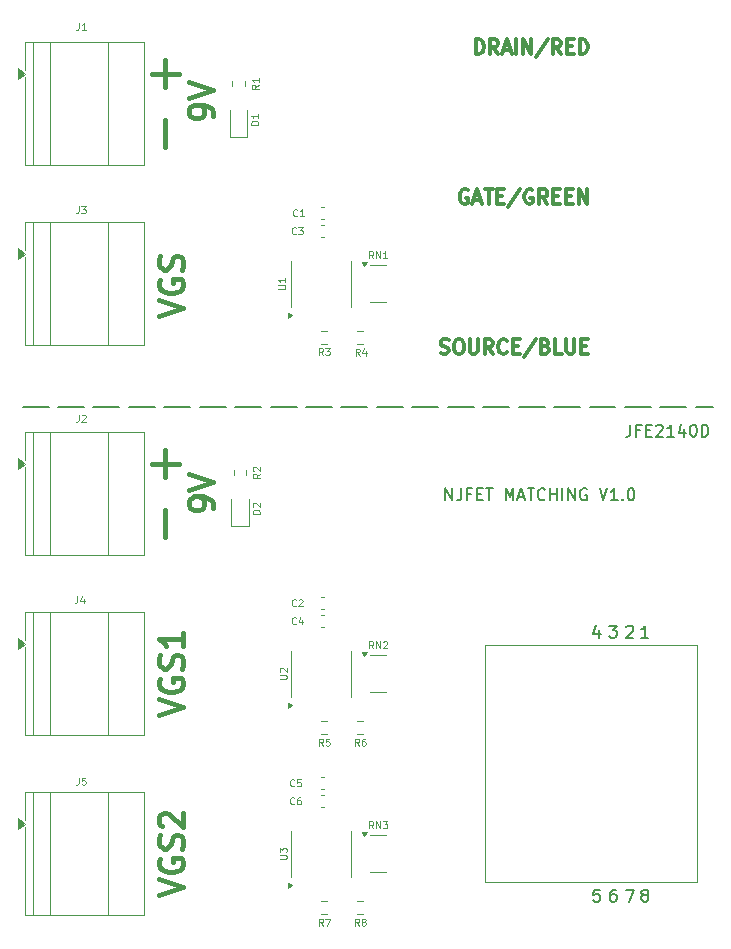
<source format=gbr>
G04 #@! TF.GenerationSoftware,KiCad,Pcbnew,9.0.3*
G04 #@! TF.CreationDate,2025-08-10T21:25:08+02:00*
G04 #@! TF.ProjectId,NJFET_MATCHING,4e4a4645-545f-44d4-9154-4348494e472e,rev?*
G04 #@! TF.SameCoordinates,Original*
G04 #@! TF.FileFunction,Legend,Top*
G04 #@! TF.FilePolarity,Positive*
%FSLAX46Y46*%
G04 Gerber Fmt 4.6, Leading zero omitted, Abs format (unit mm)*
G04 Created by KiCad (PCBNEW 9.0.3) date 2025-08-10 21:25:08*
%MOMM*%
%LPD*%
G01*
G04 APERTURE LIST*
%ADD10C,0.200000*%
%ADD11C,0.400000*%
%ADD12C,0.300000*%
%ADD13C,0.100000*%
%ADD14C,0.120000*%
G04 APERTURE END LIST*
D10*
X120777000Y-94996000D02*
X122977000Y-94996000D01*
X123777000Y-94996000D02*
X125977000Y-94996000D01*
X126777000Y-94996000D02*
X128977000Y-94996000D01*
X129777000Y-94996000D02*
X131977000Y-94996000D01*
X132777000Y-94996000D02*
X134977000Y-94996000D01*
X135777000Y-94996000D02*
X137977000Y-94996000D01*
X138777000Y-94996000D02*
X140977000Y-94996000D01*
X141777000Y-94996000D02*
X143977000Y-94996000D01*
X144777000Y-94996000D02*
X146977000Y-94996000D01*
X147777000Y-94996000D02*
X149977000Y-94996000D01*
X150777000Y-94996000D02*
X152977000Y-94996000D01*
X153777000Y-94996000D02*
X155977000Y-94996000D01*
X156777000Y-94996000D02*
X158977000Y-94996000D01*
X159777000Y-94996000D02*
X161977000Y-94996000D01*
X162777000Y-94996000D02*
X164977000Y-94996000D01*
X165777000Y-94996000D02*
X167977000Y-94996000D01*
X168777000Y-94996000D02*
X170977000Y-94996000D01*
X171777000Y-94996000D02*
X173977000Y-94996000D01*
X174777000Y-94996000D02*
X176977000Y-94996000D01*
X177777000Y-94996000D02*
X179197000Y-94996000D01*
D11*
X132842000Y-65659000D02*
X132842000Y-67945000D01*
X132842000Y-70739000D02*
X132842000Y-73025000D01*
X131699000Y-66802000D02*
X133985000Y-66802000D01*
X131699000Y-99822000D02*
X133985000Y-99822000D01*
X132842000Y-98679000D02*
X132842000Y-100965000D01*
X132842000Y-103759000D02*
X132842000Y-106045000D01*
D10*
X173359530Y-136328790D02*
X173264292Y-136281171D01*
X173264292Y-136281171D02*
X173216673Y-136233552D01*
X173216673Y-136233552D02*
X173169054Y-136138314D01*
X173169054Y-136138314D02*
X173169054Y-136090695D01*
X173169054Y-136090695D02*
X173216673Y-135995457D01*
X173216673Y-135995457D02*
X173264292Y-135947838D01*
X173264292Y-135947838D02*
X173359530Y-135900219D01*
X173359530Y-135900219D02*
X173550006Y-135900219D01*
X173550006Y-135900219D02*
X173645244Y-135947838D01*
X173645244Y-135947838D02*
X173692863Y-135995457D01*
X173692863Y-135995457D02*
X173740482Y-136090695D01*
X173740482Y-136090695D02*
X173740482Y-136138314D01*
X173740482Y-136138314D02*
X173692863Y-136233552D01*
X173692863Y-136233552D02*
X173645244Y-136281171D01*
X173645244Y-136281171D02*
X173550006Y-136328790D01*
X173550006Y-136328790D02*
X173359530Y-136328790D01*
X173359530Y-136328790D02*
X173264292Y-136376409D01*
X173264292Y-136376409D02*
X173216673Y-136424028D01*
X173216673Y-136424028D02*
X173169054Y-136519266D01*
X173169054Y-136519266D02*
X173169054Y-136709742D01*
X173169054Y-136709742D02*
X173216673Y-136804980D01*
X173216673Y-136804980D02*
X173264292Y-136852600D01*
X173264292Y-136852600D02*
X173359530Y-136900219D01*
X173359530Y-136900219D02*
X173550006Y-136900219D01*
X173550006Y-136900219D02*
X173645244Y-136852600D01*
X173645244Y-136852600D02*
X173692863Y-136804980D01*
X173692863Y-136804980D02*
X173740482Y-136709742D01*
X173740482Y-136709742D02*
X173740482Y-136519266D01*
X173740482Y-136519266D02*
X173692863Y-136424028D01*
X173692863Y-136424028D02*
X173645244Y-136376409D01*
X173645244Y-136376409D02*
X173550006Y-136328790D01*
X173740482Y-114548219D02*
X173169054Y-114548219D01*
X173454768Y-114548219D02*
X173454768Y-113548219D01*
X173454768Y-113548219D02*
X173359530Y-113691076D01*
X173359530Y-113691076D02*
X173264292Y-113786314D01*
X173264292Y-113786314D02*
X173169054Y-113833933D01*
X170978244Y-135900219D02*
X170787768Y-135900219D01*
X170787768Y-135900219D02*
X170692530Y-135947838D01*
X170692530Y-135947838D02*
X170644911Y-135995457D01*
X170644911Y-135995457D02*
X170549673Y-136138314D01*
X170549673Y-136138314D02*
X170502054Y-136328790D01*
X170502054Y-136328790D02*
X170502054Y-136709742D01*
X170502054Y-136709742D02*
X170549673Y-136804980D01*
X170549673Y-136804980D02*
X170597292Y-136852600D01*
X170597292Y-136852600D02*
X170692530Y-136900219D01*
X170692530Y-136900219D02*
X170883006Y-136900219D01*
X170883006Y-136900219D02*
X170978244Y-136852600D01*
X170978244Y-136852600D02*
X171025863Y-136804980D01*
X171025863Y-136804980D02*
X171073482Y-136709742D01*
X171073482Y-136709742D02*
X171073482Y-136471647D01*
X171073482Y-136471647D02*
X171025863Y-136376409D01*
X171025863Y-136376409D02*
X170978244Y-136328790D01*
X170978244Y-136328790D02*
X170883006Y-136281171D01*
X170883006Y-136281171D02*
X170692530Y-136281171D01*
X170692530Y-136281171D02*
X170597292Y-136328790D01*
X170597292Y-136328790D02*
X170549673Y-136376409D01*
X170549673Y-136376409D02*
X170502054Y-136471647D01*
X169628863Y-135900219D02*
X169152673Y-135900219D01*
X169152673Y-135900219D02*
X169105054Y-136376409D01*
X169105054Y-136376409D02*
X169152673Y-136328790D01*
X169152673Y-136328790D02*
X169247911Y-136281171D01*
X169247911Y-136281171D02*
X169486006Y-136281171D01*
X169486006Y-136281171D02*
X169581244Y-136328790D01*
X169581244Y-136328790D02*
X169628863Y-136376409D01*
X169628863Y-136376409D02*
X169676482Y-136471647D01*
X169676482Y-136471647D02*
X169676482Y-136709742D01*
X169676482Y-136709742D02*
X169628863Y-136804980D01*
X169628863Y-136804980D02*
X169581244Y-136852600D01*
X169581244Y-136852600D02*
X169486006Y-136900219D01*
X169486006Y-136900219D02*
X169247911Y-136900219D01*
X169247911Y-136900219D02*
X169152673Y-136852600D01*
X169152673Y-136852600D02*
X169105054Y-136804980D01*
D12*
X156178938Y-90458400D02*
X156350367Y-90515542D01*
X156350367Y-90515542D02*
X156636081Y-90515542D01*
X156636081Y-90515542D02*
X156750367Y-90458400D01*
X156750367Y-90458400D02*
X156807509Y-90401257D01*
X156807509Y-90401257D02*
X156864652Y-90286971D01*
X156864652Y-90286971D02*
X156864652Y-90172685D01*
X156864652Y-90172685D02*
X156807509Y-90058400D01*
X156807509Y-90058400D02*
X156750367Y-90001257D01*
X156750367Y-90001257D02*
X156636081Y-89944114D01*
X156636081Y-89944114D02*
X156407509Y-89886971D01*
X156407509Y-89886971D02*
X156293224Y-89829828D01*
X156293224Y-89829828D02*
X156236081Y-89772685D01*
X156236081Y-89772685D02*
X156178938Y-89658400D01*
X156178938Y-89658400D02*
X156178938Y-89544114D01*
X156178938Y-89544114D02*
X156236081Y-89429828D01*
X156236081Y-89429828D02*
X156293224Y-89372685D01*
X156293224Y-89372685D02*
X156407509Y-89315542D01*
X156407509Y-89315542D02*
X156693224Y-89315542D01*
X156693224Y-89315542D02*
X156864652Y-89372685D01*
X157607509Y-89315542D02*
X157836081Y-89315542D01*
X157836081Y-89315542D02*
X157950366Y-89372685D01*
X157950366Y-89372685D02*
X158064652Y-89486971D01*
X158064652Y-89486971D02*
X158121795Y-89715542D01*
X158121795Y-89715542D02*
X158121795Y-90115542D01*
X158121795Y-90115542D02*
X158064652Y-90344114D01*
X158064652Y-90344114D02*
X157950366Y-90458400D01*
X157950366Y-90458400D02*
X157836081Y-90515542D01*
X157836081Y-90515542D02*
X157607509Y-90515542D01*
X157607509Y-90515542D02*
X157493224Y-90458400D01*
X157493224Y-90458400D02*
X157378938Y-90344114D01*
X157378938Y-90344114D02*
X157321795Y-90115542D01*
X157321795Y-90115542D02*
X157321795Y-89715542D01*
X157321795Y-89715542D02*
X157378938Y-89486971D01*
X157378938Y-89486971D02*
X157493224Y-89372685D01*
X157493224Y-89372685D02*
X157607509Y-89315542D01*
X158636081Y-89315542D02*
X158636081Y-90286971D01*
X158636081Y-90286971D02*
X158693224Y-90401257D01*
X158693224Y-90401257D02*
X158750367Y-90458400D01*
X158750367Y-90458400D02*
X158864652Y-90515542D01*
X158864652Y-90515542D02*
X159093224Y-90515542D01*
X159093224Y-90515542D02*
X159207509Y-90458400D01*
X159207509Y-90458400D02*
X159264652Y-90401257D01*
X159264652Y-90401257D02*
X159321795Y-90286971D01*
X159321795Y-90286971D02*
X159321795Y-89315542D01*
X160578938Y-90515542D02*
X160178938Y-89944114D01*
X159893224Y-90515542D02*
X159893224Y-89315542D01*
X159893224Y-89315542D02*
X160350367Y-89315542D01*
X160350367Y-89315542D02*
X160464652Y-89372685D01*
X160464652Y-89372685D02*
X160521795Y-89429828D01*
X160521795Y-89429828D02*
X160578938Y-89544114D01*
X160578938Y-89544114D02*
X160578938Y-89715542D01*
X160578938Y-89715542D02*
X160521795Y-89829828D01*
X160521795Y-89829828D02*
X160464652Y-89886971D01*
X160464652Y-89886971D02*
X160350367Y-89944114D01*
X160350367Y-89944114D02*
X159893224Y-89944114D01*
X161778938Y-90401257D02*
X161721795Y-90458400D01*
X161721795Y-90458400D02*
X161550367Y-90515542D01*
X161550367Y-90515542D02*
X161436081Y-90515542D01*
X161436081Y-90515542D02*
X161264652Y-90458400D01*
X161264652Y-90458400D02*
X161150367Y-90344114D01*
X161150367Y-90344114D02*
X161093224Y-90229828D01*
X161093224Y-90229828D02*
X161036081Y-90001257D01*
X161036081Y-90001257D02*
X161036081Y-89829828D01*
X161036081Y-89829828D02*
X161093224Y-89601257D01*
X161093224Y-89601257D02*
X161150367Y-89486971D01*
X161150367Y-89486971D02*
X161264652Y-89372685D01*
X161264652Y-89372685D02*
X161436081Y-89315542D01*
X161436081Y-89315542D02*
X161550367Y-89315542D01*
X161550367Y-89315542D02*
X161721795Y-89372685D01*
X161721795Y-89372685D02*
X161778938Y-89429828D01*
X162293224Y-89886971D02*
X162693224Y-89886971D01*
X162864652Y-90515542D02*
X162293224Y-90515542D01*
X162293224Y-90515542D02*
X162293224Y-89315542D01*
X162293224Y-89315542D02*
X162864652Y-89315542D01*
X164236081Y-89258400D02*
X163207509Y-90801257D01*
X165036081Y-89886971D02*
X165207509Y-89944114D01*
X165207509Y-89944114D02*
X165264652Y-90001257D01*
X165264652Y-90001257D02*
X165321795Y-90115542D01*
X165321795Y-90115542D02*
X165321795Y-90286971D01*
X165321795Y-90286971D02*
X165264652Y-90401257D01*
X165264652Y-90401257D02*
X165207509Y-90458400D01*
X165207509Y-90458400D02*
X165093224Y-90515542D01*
X165093224Y-90515542D02*
X164636081Y-90515542D01*
X164636081Y-90515542D02*
X164636081Y-89315542D01*
X164636081Y-89315542D02*
X165036081Y-89315542D01*
X165036081Y-89315542D02*
X165150367Y-89372685D01*
X165150367Y-89372685D02*
X165207509Y-89429828D01*
X165207509Y-89429828D02*
X165264652Y-89544114D01*
X165264652Y-89544114D02*
X165264652Y-89658400D01*
X165264652Y-89658400D02*
X165207509Y-89772685D01*
X165207509Y-89772685D02*
X165150367Y-89829828D01*
X165150367Y-89829828D02*
X165036081Y-89886971D01*
X165036081Y-89886971D02*
X164636081Y-89886971D01*
X166407509Y-90515542D02*
X165836081Y-90515542D01*
X165836081Y-90515542D02*
X165836081Y-89315542D01*
X166807510Y-89315542D02*
X166807510Y-90286971D01*
X166807510Y-90286971D02*
X166864653Y-90401257D01*
X166864653Y-90401257D02*
X166921796Y-90458400D01*
X166921796Y-90458400D02*
X167036081Y-90515542D01*
X167036081Y-90515542D02*
X167264653Y-90515542D01*
X167264653Y-90515542D02*
X167378938Y-90458400D01*
X167378938Y-90458400D02*
X167436081Y-90401257D01*
X167436081Y-90401257D02*
X167493224Y-90286971D01*
X167493224Y-90286971D02*
X167493224Y-89315542D01*
X168064653Y-89886971D02*
X168464653Y-89886971D01*
X168636081Y-90515542D02*
X168064653Y-90515542D01*
X168064653Y-90515542D02*
X168064653Y-89315542D01*
X168064653Y-89315542D02*
X168636081Y-89315542D01*
D11*
X136894438Y-103559414D02*
X136894438Y-103178462D01*
X136894438Y-103178462D02*
X136799200Y-102987985D01*
X136799200Y-102987985D02*
X136703961Y-102892747D01*
X136703961Y-102892747D02*
X136418247Y-102702271D01*
X136418247Y-102702271D02*
X136037295Y-102607033D01*
X136037295Y-102607033D02*
X135275390Y-102607033D01*
X135275390Y-102607033D02*
X135084914Y-102702271D01*
X135084914Y-102702271D02*
X134989676Y-102797509D01*
X134989676Y-102797509D02*
X134894438Y-102987985D01*
X134894438Y-102987985D02*
X134894438Y-103368938D01*
X134894438Y-103368938D02*
X134989676Y-103559414D01*
X134989676Y-103559414D02*
X135084914Y-103654652D01*
X135084914Y-103654652D02*
X135275390Y-103749890D01*
X135275390Y-103749890D02*
X135751580Y-103749890D01*
X135751580Y-103749890D02*
X135942057Y-103654652D01*
X135942057Y-103654652D02*
X136037295Y-103559414D01*
X136037295Y-103559414D02*
X136132533Y-103368938D01*
X136132533Y-103368938D02*
X136132533Y-102987985D01*
X136132533Y-102987985D02*
X136037295Y-102797509D01*
X136037295Y-102797509D02*
X135942057Y-102702271D01*
X135942057Y-102702271D02*
X135751580Y-102607033D01*
X134894438Y-102035604D02*
X136894438Y-101368938D01*
X136894438Y-101368938D02*
X134894438Y-100702271D01*
X132354438Y-136325366D02*
X134354438Y-135658700D01*
X134354438Y-135658700D02*
X132354438Y-134992033D01*
X132449676Y-133277747D02*
X132354438Y-133468223D01*
X132354438Y-133468223D02*
X132354438Y-133753937D01*
X132354438Y-133753937D02*
X132449676Y-134039652D01*
X132449676Y-134039652D02*
X132640152Y-134230128D01*
X132640152Y-134230128D02*
X132830628Y-134325366D01*
X132830628Y-134325366D02*
X133211580Y-134420604D01*
X133211580Y-134420604D02*
X133497295Y-134420604D01*
X133497295Y-134420604D02*
X133878247Y-134325366D01*
X133878247Y-134325366D02*
X134068723Y-134230128D01*
X134068723Y-134230128D02*
X134259200Y-134039652D01*
X134259200Y-134039652D02*
X134354438Y-133753937D01*
X134354438Y-133753937D02*
X134354438Y-133563461D01*
X134354438Y-133563461D02*
X134259200Y-133277747D01*
X134259200Y-133277747D02*
X134163961Y-133182509D01*
X134163961Y-133182509D02*
X133497295Y-133182509D01*
X133497295Y-133182509D02*
X133497295Y-133563461D01*
X134259200Y-132420604D02*
X134354438Y-132134890D01*
X134354438Y-132134890D02*
X134354438Y-131658699D01*
X134354438Y-131658699D02*
X134259200Y-131468223D01*
X134259200Y-131468223D02*
X134163961Y-131372985D01*
X134163961Y-131372985D02*
X133973485Y-131277747D01*
X133973485Y-131277747D02*
X133783009Y-131277747D01*
X133783009Y-131277747D02*
X133592533Y-131372985D01*
X133592533Y-131372985D02*
X133497295Y-131468223D01*
X133497295Y-131468223D02*
X133402057Y-131658699D01*
X133402057Y-131658699D02*
X133306819Y-132039652D01*
X133306819Y-132039652D02*
X133211580Y-132230128D01*
X133211580Y-132230128D02*
X133116342Y-132325366D01*
X133116342Y-132325366D02*
X132925866Y-132420604D01*
X132925866Y-132420604D02*
X132735390Y-132420604D01*
X132735390Y-132420604D02*
X132544914Y-132325366D01*
X132544914Y-132325366D02*
X132449676Y-132230128D01*
X132449676Y-132230128D02*
X132354438Y-132039652D01*
X132354438Y-132039652D02*
X132354438Y-131563461D01*
X132354438Y-131563461D02*
X132449676Y-131277747D01*
X132544914Y-130515842D02*
X132449676Y-130420604D01*
X132449676Y-130420604D02*
X132354438Y-130230128D01*
X132354438Y-130230128D02*
X132354438Y-129753937D01*
X132354438Y-129753937D02*
X132449676Y-129563461D01*
X132449676Y-129563461D02*
X132544914Y-129468223D01*
X132544914Y-129468223D02*
X132735390Y-129372985D01*
X132735390Y-129372985D02*
X132925866Y-129372985D01*
X132925866Y-129372985D02*
X133211580Y-129468223D01*
X133211580Y-129468223D02*
X134354438Y-130611080D01*
X134354438Y-130611080D02*
X134354438Y-129372985D01*
D10*
X156579673Y-102927719D02*
X156579673Y-101927719D01*
X156579673Y-101927719D02*
X157151101Y-102927719D01*
X157151101Y-102927719D02*
X157151101Y-101927719D01*
X157913006Y-101927719D02*
X157913006Y-102642004D01*
X157913006Y-102642004D02*
X157865387Y-102784861D01*
X157865387Y-102784861D02*
X157770149Y-102880100D01*
X157770149Y-102880100D02*
X157627292Y-102927719D01*
X157627292Y-102927719D02*
X157532054Y-102927719D01*
X158722530Y-102403909D02*
X158389197Y-102403909D01*
X158389197Y-102927719D02*
X158389197Y-101927719D01*
X158389197Y-101927719D02*
X158865387Y-101927719D01*
X159246340Y-102403909D02*
X159579673Y-102403909D01*
X159722530Y-102927719D02*
X159246340Y-102927719D01*
X159246340Y-102927719D02*
X159246340Y-101927719D01*
X159246340Y-101927719D02*
X159722530Y-101927719D01*
X160008245Y-101927719D02*
X160579673Y-101927719D01*
X160293959Y-102927719D02*
X160293959Y-101927719D01*
X161674912Y-102927719D02*
X161674912Y-101927719D01*
X161674912Y-101927719D02*
X162008245Y-102642004D01*
X162008245Y-102642004D02*
X162341578Y-101927719D01*
X162341578Y-101927719D02*
X162341578Y-102927719D01*
X162770150Y-102642004D02*
X163246340Y-102642004D01*
X162674912Y-102927719D02*
X163008245Y-101927719D01*
X163008245Y-101927719D02*
X163341578Y-102927719D01*
X163532055Y-101927719D02*
X164103483Y-101927719D01*
X163817769Y-102927719D02*
X163817769Y-101927719D01*
X165008245Y-102832480D02*
X164960626Y-102880100D01*
X164960626Y-102880100D02*
X164817769Y-102927719D01*
X164817769Y-102927719D02*
X164722531Y-102927719D01*
X164722531Y-102927719D02*
X164579674Y-102880100D01*
X164579674Y-102880100D02*
X164484436Y-102784861D01*
X164484436Y-102784861D02*
X164436817Y-102689623D01*
X164436817Y-102689623D02*
X164389198Y-102499147D01*
X164389198Y-102499147D02*
X164389198Y-102356290D01*
X164389198Y-102356290D02*
X164436817Y-102165814D01*
X164436817Y-102165814D02*
X164484436Y-102070576D01*
X164484436Y-102070576D02*
X164579674Y-101975338D01*
X164579674Y-101975338D02*
X164722531Y-101927719D01*
X164722531Y-101927719D02*
X164817769Y-101927719D01*
X164817769Y-101927719D02*
X164960626Y-101975338D01*
X164960626Y-101975338D02*
X165008245Y-102022957D01*
X165436817Y-102927719D02*
X165436817Y-101927719D01*
X165436817Y-102403909D02*
X166008245Y-102403909D01*
X166008245Y-102927719D02*
X166008245Y-101927719D01*
X166484436Y-102927719D02*
X166484436Y-101927719D01*
X166960626Y-102927719D02*
X166960626Y-101927719D01*
X166960626Y-101927719D02*
X167532054Y-102927719D01*
X167532054Y-102927719D02*
X167532054Y-101927719D01*
X168532054Y-101975338D02*
X168436816Y-101927719D01*
X168436816Y-101927719D02*
X168293959Y-101927719D01*
X168293959Y-101927719D02*
X168151102Y-101975338D01*
X168151102Y-101975338D02*
X168055864Y-102070576D01*
X168055864Y-102070576D02*
X168008245Y-102165814D01*
X168008245Y-102165814D02*
X167960626Y-102356290D01*
X167960626Y-102356290D02*
X167960626Y-102499147D01*
X167960626Y-102499147D02*
X168008245Y-102689623D01*
X168008245Y-102689623D02*
X168055864Y-102784861D01*
X168055864Y-102784861D02*
X168151102Y-102880100D01*
X168151102Y-102880100D02*
X168293959Y-102927719D01*
X168293959Y-102927719D02*
X168389197Y-102927719D01*
X168389197Y-102927719D02*
X168532054Y-102880100D01*
X168532054Y-102880100D02*
X168579673Y-102832480D01*
X168579673Y-102832480D02*
X168579673Y-102499147D01*
X168579673Y-102499147D02*
X168389197Y-102499147D01*
X169627293Y-101927719D02*
X169960626Y-102927719D01*
X169960626Y-102927719D02*
X170293959Y-101927719D01*
X171151102Y-102927719D02*
X170579674Y-102927719D01*
X170865388Y-102927719D02*
X170865388Y-101927719D01*
X170865388Y-101927719D02*
X170770150Y-102070576D01*
X170770150Y-102070576D02*
X170674912Y-102165814D01*
X170674912Y-102165814D02*
X170579674Y-102213433D01*
X171579674Y-102832480D02*
X171627293Y-102880100D01*
X171627293Y-102880100D02*
X171579674Y-102927719D01*
X171579674Y-102927719D02*
X171532055Y-102880100D01*
X171532055Y-102880100D02*
X171579674Y-102832480D01*
X171579674Y-102832480D02*
X171579674Y-102927719D01*
X172246340Y-101927719D02*
X172341578Y-101927719D01*
X172341578Y-101927719D02*
X172436816Y-101975338D01*
X172436816Y-101975338D02*
X172484435Y-102022957D01*
X172484435Y-102022957D02*
X172532054Y-102118195D01*
X172532054Y-102118195D02*
X172579673Y-102308671D01*
X172579673Y-102308671D02*
X172579673Y-102546766D01*
X172579673Y-102546766D02*
X172532054Y-102737242D01*
X172532054Y-102737242D02*
X172484435Y-102832480D01*
X172484435Y-102832480D02*
X172436816Y-102880100D01*
X172436816Y-102880100D02*
X172341578Y-102927719D01*
X172341578Y-102927719D02*
X172246340Y-102927719D01*
X172246340Y-102927719D02*
X172151102Y-102880100D01*
X172151102Y-102880100D02*
X172103483Y-102832480D01*
X172103483Y-102832480D02*
X172055864Y-102737242D01*
X172055864Y-102737242D02*
X172008245Y-102546766D01*
X172008245Y-102546766D02*
X172008245Y-102308671D01*
X172008245Y-102308671D02*
X172055864Y-102118195D01*
X172055864Y-102118195D02*
X172103483Y-102022957D01*
X172103483Y-102022957D02*
X172151102Y-101975338D01*
X172151102Y-101975338D02*
X172246340Y-101927719D01*
X170454435Y-113548219D02*
X171073482Y-113548219D01*
X171073482Y-113548219D02*
X170740149Y-113929171D01*
X170740149Y-113929171D02*
X170883006Y-113929171D01*
X170883006Y-113929171D02*
X170978244Y-113976790D01*
X170978244Y-113976790D02*
X171025863Y-114024409D01*
X171025863Y-114024409D02*
X171073482Y-114119647D01*
X171073482Y-114119647D02*
X171073482Y-114357742D01*
X171073482Y-114357742D02*
X171025863Y-114452980D01*
X171025863Y-114452980D02*
X170978244Y-114500600D01*
X170978244Y-114500600D02*
X170883006Y-114548219D01*
X170883006Y-114548219D02*
X170597292Y-114548219D01*
X170597292Y-114548219D02*
X170502054Y-114500600D01*
X170502054Y-114500600D02*
X170454435Y-114452980D01*
D12*
X158464653Y-76672685D02*
X158350368Y-76615542D01*
X158350368Y-76615542D02*
X158178939Y-76615542D01*
X158178939Y-76615542D02*
X158007510Y-76672685D01*
X158007510Y-76672685D02*
X157893225Y-76786971D01*
X157893225Y-76786971D02*
X157836082Y-76901257D01*
X157836082Y-76901257D02*
X157778939Y-77129828D01*
X157778939Y-77129828D02*
X157778939Y-77301257D01*
X157778939Y-77301257D02*
X157836082Y-77529828D01*
X157836082Y-77529828D02*
X157893225Y-77644114D01*
X157893225Y-77644114D02*
X158007510Y-77758400D01*
X158007510Y-77758400D02*
X158178939Y-77815542D01*
X158178939Y-77815542D02*
X158293225Y-77815542D01*
X158293225Y-77815542D02*
X158464653Y-77758400D01*
X158464653Y-77758400D02*
X158521796Y-77701257D01*
X158521796Y-77701257D02*
X158521796Y-77301257D01*
X158521796Y-77301257D02*
X158293225Y-77301257D01*
X158978939Y-77472685D02*
X159550368Y-77472685D01*
X158864653Y-77815542D02*
X159264653Y-76615542D01*
X159264653Y-76615542D02*
X159664653Y-77815542D01*
X159893224Y-76615542D02*
X160578939Y-76615542D01*
X160236081Y-77815542D02*
X160236081Y-76615542D01*
X160978939Y-77186971D02*
X161378939Y-77186971D01*
X161550367Y-77815542D02*
X160978939Y-77815542D01*
X160978939Y-77815542D02*
X160978939Y-76615542D01*
X160978939Y-76615542D02*
X161550367Y-76615542D01*
X162921796Y-76558400D02*
X161893224Y-78101257D01*
X163950367Y-76672685D02*
X163836082Y-76615542D01*
X163836082Y-76615542D02*
X163664653Y-76615542D01*
X163664653Y-76615542D02*
X163493224Y-76672685D01*
X163493224Y-76672685D02*
X163378939Y-76786971D01*
X163378939Y-76786971D02*
X163321796Y-76901257D01*
X163321796Y-76901257D02*
X163264653Y-77129828D01*
X163264653Y-77129828D02*
X163264653Y-77301257D01*
X163264653Y-77301257D02*
X163321796Y-77529828D01*
X163321796Y-77529828D02*
X163378939Y-77644114D01*
X163378939Y-77644114D02*
X163493224Y-77758400D01*
X163493224Y-77758400D02*
X163664653Y-77815542D01*
X163664653Y-77815542D02*
X163778939Y-77815542D01*
X163778939Y-77815542D02*
X163950367Y-77758400D01*
X163950367Y-77758400D02*
X164007510Y-77701257D01*
X164007510Y-77701257D02*
X164007510Y-77301257D01*
X164007510Y-77301257D02*
X163778939Y-77301257D01*
X165207510Y-77815542D02*
X164807510Y-77244114D01*
X164521796Y-77815542D02*
X164521796Y-76615542D01*
X164521796Y-76615542D02*
X164978939Y-76615542D01*
X164978939Y-76615542D02*
X165093224Y-76672685D01*
X165093224Y-76672685D02*
X165150367Y-76729828D01*
X165150367Y-76729828D02*
X165207510Y-76844114D01*
X165207510Y-76844114D02*
X165207510Y-77015542D01*
X165207510Y-77015542D02*
X165150367Y-77129828D01*
X165150367Y-77129828D02*
X165093224Y-77186971D01*
X165093224Y-77186971D02*
X164978939Y-77244114D01*
X164978939Y-77244114D02*
X164521796Y-77244114D01*
X165721796Y-77186971D02*
X166121796Y-77186971D01*
X166293224Y-77815542D02*
X165721796Y-77815542D01*
X165721796Y-77815542D02*
X165721796Y-76615542D01*
X165721796Y-76615542D02*
X166293224Y-76615542D01*
X166807510Y-77186971D02*
X167207510Y-77186971D01*
X167378938Y-77815542D02*
X166807510Y-77815542D01*
X166807510Y-77815542D02*
X166807510Y-76615542D01*
X166807510Y-76615542D02*
X167378938Y-76615542D01*
X167893224Y-77815542D02*
X167893224Y-76615542D01*
X167893224Y-76615542D02*
X168578938Y-77815542D01*
X168578938Y-77815542D02*
X168578938Y-76615542D01*
D11*
X132354438Y-87303366D02*
X134354438Y-86636700D01*
X134354438Y-86636700D02*
X132354438Y-85970033D01*
X132449676Y-84255747D02*
X132354438Y-84446223D01*
X132354438Y-84446223D02*
X132354438Y-84731937D01*
X132354438Y-84731937D02*
X132449676Y-85017652D01*
X132449676Y-85017652D02*
X132640152Y-85208128D01*
X132640152Y-85208128D02*
X132830628Y-85303366D01*
X132830628Y-85303366D02*
X133211580Y-85398604D01*
X133211580Y-85398604D02*
X133497295Y-85398604D01*
X133497295Y-85398604D02*
X133878247Y-85303366D01*
X133878247Y-85303366D02*
X134068723Y-85208128D01*
X134068723Y-85208128D02*
X134259200Y-85017652D01*
X134259200Y-85017652D02*
X134354438Y-84731937D01*
X134354438Y-84731937D02*
X134354438Y-84541461D01*
X134354438Y-84541461D02*
X134259200Y-84255747D01*
X134259200Y-84255747D02*
X134163961Y-84160509D01*
X134163961Y-84160509D02*
X133497295Y-84160509D01*
X133497295Y-84160509D02*
X133497295Y-84541461D01*
X134259200Y-83398604D02*
X134354438Y-83112890D01*
X134354438Y-83112890D02*
X134354438Y-82636699D01*
X134354438Y-82636699D02*
X134259200Y-82446223D01*
X134259200Y-82446223D02*
X134163961Y-82350985D01*
X134163961Y-82350985D02*
X133973485Y-82255747D01*
X133973485Y-82255747D02*
X133783009Y-82255747D01*
X133783009Y-82255747D02*
X133592533Y-82350985D01*
X133592533Y-82350985D02*
X133497295Y-82446223D01*
X133497295Y-82446223D02*
X133402057Y-82636699D01*
X133402057Y-82636699D02*
X133306819Y-83017652D01*
X133306819Y-83017652D02*
X133211580Y-83208128D01*
X133211580Y-83208128D02*
X133116342Y-83303366D01*
X133116342Y-83303366D02*
X132925866Y-83398604D01*
X132925866Y-83398604D02*
X132735390Y-83398604D01*
X132735390Y-83398604D02*
X132544914Y-83303366D01*
X132544914Y-83303366D02*
X132449676Y-83208128D01*
X132449676Y-83208128D02*
X132354438Y-83017652D01*
X132354438Y-83017652D02*
X132354438Y-82541461D01*
X132354438Y-82541461D02*
X132449676Y-82255747D01*
D10*
X172232387Y-96530219D02*
X172232387Y-97244504D01*
X172232387Y-97244504D02*
X172184768Y-97387361D01*
X172184768Y-97387361D02*
X172089530Y-97482600D01*
X172089530Y-97482600D02*
X171946673Y-97530219D01*
X171946673Y-97530219D02*
X171851435Y-97530219D01*
X173041911Y-97006409D02*
X172708578Y-97006409D01*
X172708578Y-97530219D02*
X172708578Y-96530219D01*
X172708578Y-96530219D02*
X173184768Y-96530219D01*
X173565721Y-97006409D02*
X173899054Y-97006409D01*
X174041911Y-97530219D02*
X173565721Y-97530219D01*
X173565721Y-97530219D02*
X173565721Y-96530219D01*
X173565721Y-96530219D02*
X174041911Y-96530219D01*
X174422864Y-96625457D02*
X174470483Y-96577838D01*
X174470483Y-96577838D02*
X174565721Y-96530219D01*
X174565721Y-96530219D02*
X174803816Y-96530219D01*
X174803816Y-96530219D02*
X174899054Y-96577838D01*
X174899054Y-96577838D02*
X174946673Y-96625457D01*
X174946673Y-96625457D02*
X174994292Y-96720695D01*
X174994292Y-96720695D02*
X174994292Y-96815933D01*
X174994292Y-96815933D02*
X174946673Y-96958790D01*
X174946673Y-96958790D02*
X174375245Y-97530219D01*
X174375245Y-97530219D02*
X174994292Y-97530219D01*
X175946673Y-97530219D02*
X175375245Y-97530219D01*
X175660959Y-97530219D02*
X175660959Y-96530219D01*
X175660959Y-96530219D02*
X175565721Y-96673076D01*
X175565721Y-96673076D02*
X175470483Y-96768314D01*
X175470483Y-96768314D02*
X175375245Y-96815933D01*
X176803816Y-96863552D02*
X176803816Y-97530219D01*
X176565721Y-96482600D02*
X176327626Y-97196885D01*
X176327626Y-97196885D02*
X176946673Y-97196885D01*
X177518102Y-96530219D02*
X177613340Y-96530219D01*
X177613340Y-96530219D02*
X177708578Y-96577838D01*
X177708578Y-96577838D02*
X177756197Y-96625457D01*
X177756197Y-96625457D02*
X177803816Y-96720695D01*
X177803816Y-96720695D02*
X177851435Y-96911171D01*
X177851435Y-96911171D02*
X177851435Y-97149266D01*
X177851435Y-97149266D02*
X177803816Y-97339742D01*
X177803816Y-97339742D02*
X177756197Y-97434980D01*
X177756197Y-97434980D02*
X177708578Y-97482600D01*
X177708578Y-97482600D02*
X177613340Y-97530219D01*
X177613340Y-97530219D02*
X177518102Y-97530219D01*
X177518102Y-97530219D02*
X177422864Y-97482600D01*
X177422864Y-97482600D02*
X177375245Y-97434980D01*
X177375245Y-97434980D02*
X177327626Y-97339742D01*
X177327626Y-97339742D02*
X177280007Y-97149266D01*
X177280007Y-97149266D02*
X177280007Y-96911171D01*
X177280007Y-96911171D02*
X177327626Y-96720695D01*
X177327626Y-96720695D02*
X177375245Y-96625457D01*
X177375245Y-96625457D02*
X177422864Y-96577838D01*
X177422864Y-96577838D02*
X177518102Y-96530219D01*
X178280007Y-97530219D02*
X178280007Y-96530219D01*
X178280007Y-96530219D02*
X178518102Y-96530219D01*
X178518102Y-96530219D02*
X178660959Y-96577838D01*
X178660959Y-96577838D02*
X178756197Y-96673076D01*
X178756197Y-96673076D02*
X178803816Y-96768314D01*
X178803816Y-96768314D02*
X178851435Y-96958790D01*
X178851435Y-96958790D02*
X178851435Y-97101647D01*
X178851435Y-97101647D02*
X178803816Y-97292123D01*
X178803816Y-97292123D02*
X178756197Y-97387361D01*
X178756197Y-97387361D02*
X178660959Y-97482600D01*
X178660959Y-97482600D02*
X178518102Y-97530219D01*
X178518102Y-97530219D02*
X178280007Y-97530219D01*
D12*
X159150367Y-65115542D02*
X159150367Y-63915542D01*
X159150367Y-63915542D02*
X159436081Y-63915542D01*
X159436081Y-63915542D02*
X159607510Y-63972685D01*
X159607510Y-63972685D02*
X159721795Y-64086971D01*
X159721795Y-64086971D02*
X159778938Y-64201257D01*
X159778938Y-64201257D02*
X159836081Y-64429828D01*
X159836081Y-64429828D02*
X159836081Y-64601257D01*
X159836081Y-64601257D02*
X159778938Y-64829828D01*
X159778938Y-64829828D02*
X159721795Y-64944114D01*
X159721795Y-64944114D02*
X159607510Y-65058400D01*
X159607510Y-65058400D02*
X159436081Y-65115542D01*
X159436081Y-65115542D02*
X159150367Y-65115542D01*
X161036081Y-65115542D02*
X160636081Y-64544114D01*
X160350367Y-65115542D02*
X160350367Y-63915542D01*
X160350367Y-63915542D02*
X160807510Y-63915542D01*
X160807510Y-63915542D02*
X160921795Y-63972685D01*
X160921795Y-63972685D02*
X160978938Y-64029828D01*
X160978938Y-64029828D02*
X161036081Y-64144114D01*
X161036081Y-64144114D02*
X161036081Y-64315542D01*
X161036081Y-64315542D02*
X160978938Y-64429828D01*
X160978938Y-64429828D02*
X160921795Y-64486971D01*
X160921795Y-64486971D02*
X160807510Y-64544114D01*
X160807510Y-64544114D02*
X160350367Y-64544114D01*
X161493224Y-64772685D02*
X162064653Y-64772685D01*
X161378938Y-65115542D02*
X161778938Y-63915542D01*
X161778938Y-63915542D02*
X162178938Y-65115542D01*
X162578938Y-65115542D02*
X162578938Y-63915542D01*
X163150367Y-65115542D02*
X163150367Y-63915542D01*
X163150367Y-63915542D02*
X163836081Y-65115542D01*
X163836081Y-65115542D02*
X163836081Y-63915542D01*
X165264653Y-63858400D02*
X164236081Y-65401257D01*
X166350367Y-65115542D02*
X165950367Y-64544114D01*
X165664653Y-65115542D02*
X165664653Y-63915542D01*
X165664653Y-63915542D02*
X166121796Y-63915542D01*
X166121796Y-63915542D02*
X166236081Y-63972685D01*
X166236081Y-63972685D02*
X166293224Y-64029828D01*
X166293224Y-64029828D02*
X166350367Y-64144114D01*
X166350367Y-64144114D02*
X166350367Y-64315542D01*
X166350367Y-64315542D02*
X166293224Y-64429828D01*
X166293224Y-64429828D02*
X166236081Y-64486971D01*
X166236081Y-64486971D02*
X166121796Y-64544114D01*
X166121796Y-64544114D02*
X165664653Y-64544114D01*
X166864653Y-64486971D02*
X167264653Y-64486971D01*
X167436081Y-65115542D02*
X166864653Y-65115542D01*
X166864653Y-65115542D02*
X166864653Y-63915542D01*
X166864653Y-63915542D02*
X167436081Y-63915542D01*
X167950367Y-65115542D02*
X167950367Y-63915542D01*
X167950367Y-63915542D02*
X168236081Y-63915542D01*
X168236081Y-63915542D02*
X168407510Y-63972685D01*
X168407510Y-63972685D02*
X168521795Y-64086971D01*
X168521795Y-64086971D02*
X168578938Y-64201257D01*
X168578938Y-64201257D02*
X168636081Y-64429828D01*
X168636081Y-64429828D02*
X168636081Y-64601257D01*
X168636081Y-64601257D02*
X168578938Y-64829828D01*
X168578938Y-64829828D02*
X168521795Y-64944114D01*
X168521795Y-64944114D02*
X168407510Y-65058400D01*
X168407510Y-65058400D02*
X168236081Y-65115542D01*
X168236081Y-65115542D02*
X167950367Y-65115542D01*
D11*
X132354438Y-121085366D02*
X134354438Y-120418700D01*
X134354438Y-120418700D02*
X132354438Y-119752033D01*
X132449676Y-118037747D02*
X132354438Y-118228223D01*
X132354438Y-118228223D02*
X132354438Y-118513937D01*
X132354438Y-118513937D02*
X132449676Y-118799652D01*
X132449676Y-118799652D02*
X132640152Y-118990128D01*
X132640152Y-118990128D02*
X132830628Y-119085366D01*
X132830628Y-119085366D02*
X133211580Y-119180604D01*
X133211580Y-119180604D02*
X133497295Y-119180604D01*
X133497295Y-119180604D02*
X133878247Y-119085366D01*
X133878247Y-119085366D02*
X134068723Y-118990128D01*
X134068723Y-118990128D02*
X134259200Y-118799652D01*
X134259200Y-118799652D02*
X134354438Y-118513937D01*
X134354438Y-118513937D02*
X134354438Y-118323461D01*
X134354438Y-118323461D02*
X134259200Y-118037747D01*
X134259200Y-118037747D02*
X134163961Y-117942509D01*
X134163961Y-117942509D02*
X133497295Y-117942509D01*
X133497295Y-117942509D02*
X133497295Y-118323461D01*
X134259200Y-117180604D02*
X134354438Y-116894890D01*
X134354438Y-116894890D02*
X134354438Y-116418699D01*
X134354438Y-116418699D02*
X134259200Y-116228223D01*
X134259200Y-116228223D02*
X134163961Y-116132985D01*
X134163961Y-116132985D02*
X133973485Y-116037747D01*
X133973485Y-116037747D02*
X133783009Y-116037747D01*
X133783009Y-116037747D02*
X133592533Y-116132985D01*
X133592533Y-116132985D02*
X133497295Y-116228223D01*
X133497295Y-116228223D02*
X133402057Y-116418699D01*
X133402057Y-116418699D02*
X133306819Y-116799652D01*
X133306819Y-116799652D02*
X133211580Y-116990128D01*
X133211580Y-116990128D02*
X133116342Y-117085366D01*
X133116342Y-117085366D02*
X132925866Y-117180604D01*
X132925866Y-117180604D02*
X132735390Y-117180604D01*
X132735390Y-117180604D02*
X132544914Y-117085366D01*
X132544914Y-117085366D02*
X132449676Y-116990128D01*
X132449676Y-116990128D02*
X132354438Y-116799652D01*
X132354438Y-116799652D02*
X132354438Y-116323461D01*
X132354438Y-116323461D02*
X132449676Y-116037747D01*
X134354438Y-114132985D02*
X134354438Y-115275842D01*
X134354438Y-114704414D02*
X132354438Y-114704414D01*
X132354438Y-114704414D02*
X132640152Y-114894890D01*
X132640152Y-114894890D02*
X132830628Y-115085366D01*
X132830628Y-115085366D02*
X132925866Y-115275842D01*
X136894438Y-70412414D02*
X136894438Y-70031462D01*
X136894438Y-70031462D02*
X136799200Y-69840985D01*
X136799200Y-69840985D02*
X136703961Y-69745747D01*
X136703961Y-69745747D02*
X136418247Y-69555271D01*
X136418247Y-69555271D02*
X136037295Y-69460033D01*
X136037295Y-69460033D02*
X135275390Y-69460033D01*
X135275390Y-69460033D02*
X135084914Y-69555271D01*
X135084914Y-69555271D02*
X134989676Y-69650509D01*
X134989676Y-69650509D02*
X134894438Y-69840985D01*
X134894438Y-69840985D02*
X134894438Y-70221938D01*
X134894438Y-70221938D02*
X134989676Y-70412414D01*
X134989676Y-70412414D02*
X135084914Y-70507652D01*
X135084914Y-70507652D02*
X135275390Y-70602890D01*
X135275390Y-70602890D02*
X135751580Y-70602890D01*
X135751580Y-70602890D02*
X135942057Y-70507652D01*
X135942057Y-70507652D02*
X136037295Y-70412414D01*
X136037295Y-70412414D02*
X136132533Y-70221938D01*
X136132533Y-70221938D02*
X136132533Y-69840985D01*
X136132533Y-69840985D02*
X136037295Y-69650509D01*
X136037295Y-69650509D02*
X135942057Y-69555271D01*
X135942057Y-69555271D02*
X135751580Y-69460033D01*
X134894438Y-68888604D02*
X136894438Y-68221938D01*
X136894438Y-68221938D02*
X134894438Y-67555271D01*
D10*
X171851435Y-135900219D02*
X172518101Y-135900219D01*
X172518101Y-135900219D02*
X172089530Y-136900219D01*
X169581244Y-113881552D02*
X169581244Y-114548219D01*
X169343149Y-113500600D02*
X169105054Y-114214885D01*
X169105054Y-114214885D02*
X169724101Y-114214885D01*
X171899054Y-113643457D02*
X171946673Y-113595838D01*
X171946673Y-113595838D02*
X172041911Y-113548219D01*
X172041911Y-113548219D02*
X172280006Y-113548219D01*
X172280006Y-113548219D02*
X172375244Y-113595838D01*
X172375244Y-113595838D02*
X172422863Y-113643457D01*
X172422863Y-113643457D02*
X172470482Y-113738695D01*
X172470482Y-113738695D02*
X172470482Y-113833933D01*
X172470482Y-113833933D02*
X172422863Y-113976790D01*
X172422863Y-113976790D02*
X171851435Y-114548219D01*
X171851435Y-114548219D02*
X172470482Y-114548219D01*
D13*
X146204000Y-138956371D02*
X146004000Y-138670657D01*
X145861143Y-138956371D02*
X145861143Y-138356371D01*
X145861143Y-138356371D02*
X146089714Y-138356371D01*
X146089714Y-138356371D02*
X146146857Y-138384942D01*
X146146857Y-138384942D02*
X146175428Y-138413514D01*
X146175428Y-138413514D02*
X146204000Y-138470657D01*
X146204000Y-138470657D02*
X146204000Y-138556371D01*
X146204000Y-138556371D02*
X146175428Y-138613514D01*
X146175428Y-138613514D02*
X146146857Y-138642085D01*
X146146857Y-138642085D02*
X146089714Y-138670657D01*
X146089714Y-138670657D02*
X145861143Y-138670657D01*
X146404000Y-138356371D02*
X146804000Y-138356371D01*
X146804000Y-138356371D02*
X146546857Y-138956371D01*
X140734371Y-71117856D02*
X140134371Y-71117856D01*
X140134371Y-71117856D02*
X140134371Y-70974999D01*
X140134371Y-70974999D02*
X140162942Y-70889285D01*
X140162942Y-70889285D02*
X140220085Y-70832142D01*
X140220085Y-70832142D02*
X140277228Y-70803571D01*
X140277228Y-70803571D02*
X140391514Y-70774999D01*
X140391514Y-70774999D02*
X140477228Y-70774999D01*
X140477228Y-70774999D02*
X140591514Y-70803571D01*
X140591514Y-70803571D02*
X140648657Y-70832142D01*
X140648657Y-70832142D02*
X140705800Y-70889285D01*
X140705800Y-70889285D02*
X140734371Y-70974999D01*
X140734371Y-70974999D02*
X140734371Y-71117856D01*
X140734371Y-70203571D02*
X140734371Y-70546428D01*
X140734371Y-70374999D02*
X140134371Y-70374999D01*
X140134371Y-70374999D02*
X140220085Y-70432142D01*
X140220085Y-70432142D02*
X140277228Y-70489285D01*
X140277228Y-70489285D02*
X140305800Y-70546428D01*
X146204000Y-90627371D02*
X146004000Y-90341657D01*
X145861143Y-90627371D02*
X145861143Y-90027371D01*
X145861143Y-90027371D02*
X146089714Y-90027371D01*
X146089714Y-90027371D02*
X146146857Y-90055942D01*
X146146857Y-90055942D02*
X146175428Y-90084514D01*
X146175428Y-90084514D02*
X146204000Y-90141657D01*
X146204000Y-90141657D02*
X146204000Y-90227371D01*
X146204000Y-90227371D02*
X146175428Y-90284514D01*
X146175428Y-90284514D02*
X146146857Y-90313085D01*
X146146857Y-90313085D02*
X146089714Y-90341657D01*
X146089714Y-90341657D02*
X145861143Y-90341657D01*
X146404000Y-90027371D02*
X146775428Y-90027371D01*
X146775428Y-90027371D02*
X146575428Y-90255942D01*
X146575428Y-90255942D02*
X146661143Y-90255942D01*
X146661143Y-90255942D02*
X146718286Y-90284514D01*
X146718286Y-90284514D02*
X146746857Y-90313085D01*
X146746857Y-90313085D02*
X146775428Y-90370228D01*
X146775428Y-90370228D02*
X146775428Y-90513085D01*
X146775428Y-90513085D02*
X146746857Y-90570228D01*
X146746857Y-90570228D02*
X146718286Y-90598800D01*
X146718286Y-90598800D02*
X146661143Y-90627371D01*
X146661143Y-90627371D02*
X146489714Y-90627371D01*
X146489714Y-90627371D02*
X146432571Y-90598800D01*
X146432571Y-90598800D02*
X146404000Y-90570228D01*
X142547371Y-118059142D02*
X143033085Y-118059142D01*
X143033085Y-118059142D02*
X143090228Y-118030571D01*
X143090228Y-118030571D02*
X143118800Y-118002000D01*
X143118800Y-118002000D02*
X143147371Y-117944857D01*
X143147371Y-117944857D02*
X143147371Y-117830571D01*
X143147371Y-117830571D02*
X143118800Y-117773428D01*
X143118800Y-117773428D02*
X143090228Y-117744857D01*
X143090228Y-117744857D02*
X143033085Y-117716285D01*
X143033085Y-117716285D02*
X142547371Y-117716285D01*
X142604514Y-117459143D02*
X142575942Y-117430571D01*
X142575942Y-117430571D02*
X142547371Y-117373429D01*
X142547371Y-117373429D02*
X142547371Y-117230571D01*
X142547371Y-117230571D02*
X142575942Y-117173429D01*
X142575942Y-117173429D02*
X142604514Y-117144857D01*
X142604514Y-117144857D02*
X142661657Y-117116286D01*
X142661657Y-117116286D02*
X142718800Y-117116286D01*
X142718800Y-117116286D02*
X142804514Y-117144857D01*
X142804514Y-117144857D02*
X143147371Y-117487714D01*
X143147371Y-117487714D02*
X143147371Y-117116286D01*
X125529999Y-126418371D02*
X125529999Y-126846942D01*
X125529999Y-126846942D02*
X125501428Y-126932657D01*
X125501428Y-126932657D02*
X125444285Y-126989800D01*
X125444285Y-126989800D02*
X125358571Y-127018371D01*
X125358571Y-127018371D02*
X125301428Y-127018371D01*
X126101428Y-126418371D02*
X125815714Y-126418371D01*
X125815714Y-126418371D02*
X125787142Y-126704085D01*
X125787142Y-126704085D02*
X125815714Y-126675514D01*
X125815714Y-126675514D02*
X125872857Y-126646942D01*
X125872857Y-126646942D02*
X126015714Y-126646942D01*
X126015714Y-126646942D02*
X126072857Y-126675514D01*
X126072857Y-126675514D02*
X126101428Y-126704085D01*
X126101428Y-126704085D02*
X126129999Y-126761228D01*
X126129999Y-126761228D02*
X126129999Y-126904085D01*
X126129999Y-126904085D02*
X126101428Y-126961228D01*
X126101428Y-126961228D02*
X126072857Y-126989800D01*
X126072857Y-126989800D02*
X126015714Y-127018371D01*
X126015714Y-127018371D02*
X125872857Y-127018371D01*
X125872857Y-127018371D02*
X125815714Y-126989800D01*
X125815714Y-126989800D02*
X125787142Y-126961228D01*
X125529999Y-95684371D02*
X125529999Y-96112942D01*
X125529999Y-96112942D02*
X125501428Y-96198657D01*
X125501428Y-96198657D02*
X125444285Y-96255800D01*
X125444285Y-96255800D02*
X125358571Y-96284371D01*
X125358571Y-96284371D02*
X125301428Y-96284371D01*
X125787142Y-95741514D02*
X125815714Y-95712942D01*
X125815714Y-95712942D02*
X125872857Y-95684371D01*
X125872857Y-95684371D02*
X126015714Y-95684371D01*
X126015714Y-95684371D02*
X126072857Y-95712942D01*
X126072857Y-95712942D02*
X126101428Y-95741514D01*
X126101428Y-95741514D02*
X126129999Y-95798657D01*
X126129999Y-95798657D02*
X126129999Y-95855800D01*
X126129999Y-95855800D02*
X126101428Y-95941514D01*
X126101428Y-95941514D02*
X125758571Y-96284371D01*
X125758571Y-96284371D02*
X126129999Y-96284371D01*
X149252000Y-138956371D02*
X149052000Y-138670657D01*
X148909143Y-138956371D02*
X148909143Y-138356371D01*
X148909143Y-138356371D02*
X149137714Y-138356371D01*
X149137714Y-138356371D02*
X149194857Y-138384942D01*
X149194857Y-138384942D02*
X149223428Y-138413514D01*
X149223428Y-138413514D02*
X149252000Y-138470657D01*
X149252000Y-138470657D02*
X149252000Y-138556371D01*
X149252000Y-138556371D02*
X149223428Y-138613514D01*
X149223428Y-138613514D02*
X149194857Y-138642085D01*
X149194857Y-138642085D02*
X149137714Y-138670657D01*
X149137714Y-138670657D02*
X148909143Y-138670657D01*
X149594857Y-138613514D02*
X149537714Y-138584942D01*
X149537714Y-138584942D02*
X149509143Y-138556371D01*
X149509143Y-138556371D02*
X149480571Y-138499228D01*
X149480571Y-138499228D02*
X149480571Y-138470657D01*
X149480571Y-138470657D02*
X149509143Y-138413514D01*
X149509143Y-138413514D02*
X149537714Y-138384942D01*
X149537714Y-138384942D02*
X149594857Y-138356371D01*
X149594857Y-138356371D02*
X149709143Y-138356371D01*
X149709143Y-138356371D02*
X149766286Y-138384942D01*
X149766286Y-138384942D02*
X149794857Y-138413514D01*
X149794857Y-138413514D02*
X149823428Y-138470657D01*
X149823428Y-138470657D02*
X149823428Y-138499228D01*
X149823428Y-138499228D02*
X149794857Y-138556371D01*
X149794857Y-138556371D02*
X149766286Y-138584942D01*
X149766286Y-138584942D02*
X149709143Y-138613514D01*
X149709143Y-138613514D02*
X149594857Y-138613514D01*
X149594857Y-138613514D02*
X149537714Y-138642085D01*
X149537714Y-138642085D02*
X149509143Y-138670657D01*
X149509143Y-138670657D02*
X149480571Y-138727800D01*
X149480571Y-138727800D02*
X149480571Y-138842085D01*
X149480571Y-138842085D02*
X149509143Y-138899228D01*
X149509143Y-138899228D02*
X149537714Y-138927800D01*
X149537714Y-138927800D02*
X149594857Y-138956371D01*
X149594857Y-138956371D02*
X149709143Y-138956371D01*
X149709143Y-138956371D02*
X149766286Y-138927800D01*
X149766286Y-138927800D02*
X149794857Y-138899228D01*
X149794857Y-138899228D02*
X149823428Y-138842085D01*
X149823428Y-138842085D02*
X149823428Y-138727800D01*
X149823428Y-138727800D02*
X149794857Y-138670657D01*
X149794857Y-138670657D02*
X149766286Y-138642085D01*
X149766286Y-138642085D02*
X149709143Y-138613514D01*
X143918000Y-111848228D02*
X143889428Y-111876800D01*
X143889428Y-111876800D02*
X143803714Y-111905371D01*
X143803714Y-111905371D02*
X143746571Y-111905371D01*
X143746571Y-111905371D02*
X143660857Y-111876800D01*
X143660857Y-111876800D02*
X143603714Y-111819657D01*
X143603714Y-111819657D02*
X143575143Y-111762514D01*
X143575143Y-111762514D02*
X143546571Y-111648228D01*
X143546571Y-111648228D02*
X143546571Y-111562514D01*
X143546571Y-111562514D02*
X143575143Y-111448228D01*
X143575143Y-111448228D02*
X143603714Y-111391085D01*
X143603714Y-111391085D02*
X143660857Y-111333942D01*
X143660857Y-111333942D02*
X143746571Y-111305371D01*
X143746571Y-111305371D02*
X143803714Y-111305371D01*
X143803714Y-111305371D02*
X143889428Y-111333942D01*
X143889428Y-111333942D02*
X143918000Y-111362514D01*
X144146571Y-111362514D02*
X144175143Y-111333942D01*
X144175143Y-111333942D02*
X144232286Y-111305371D01*
X144232286Y-111305371D02*
X144375143Y-111305371D01*
X144375143Y-111305371D02*
X144432286Y-111333942D01*
X144432286Y-111333942D02*
X144460857Y-111362514D01*
X144460857Y-111362514D02*
X144489428Y-111419657D01*
X144489428Y-111419657D02*
X144489428Y-111476800D01*
X144489428Y-111476800D02*
X144460857Y-111562514D01*
X144460857Y-111562514D02*
X144118000Y-111905371D01*
X144118000Y-111905371D02*
X144489428Y-111905371D01*
X149252000Y-123716371D02*
X149052000Y-123430657D01*
X148909143Y-123716371D02*
X148909143Y-123116371D01*
X148909143Y-123116371D02*
X149137714Y-123116371D01*
X149137714Y-123116371D02*
X149194857Y-123144942D01*
X149194857Y-123144942D02*
X149223428Y-123173514D01*
X149223428Y-123173514D02*
X149252000Y-123230657D01*
X149252000Y-123230657D02*
X149252000Y-123316371D01*
X149252000Y-123316371D02*
X149223428Y-123373514D01*
X149223428Y-123373514D02*
X149194857Y-123402085D01*
X149194857Y-123402085D02*
X149137714Y-123430657D01*
X149137714Y-123430657D02*
X148909143Y-123430657D01*
X149766286Y-123116371D02*
X149652000Y-123116371D01*
X149652000Y-123116371D02*
X149594857Y-123144942D01*
X149594857Y-123144942D02*
X149566286Y-123173514D01*
X149566286Y-123173514D02*
X149509143Y-123259228D01*
X149509143Y-123259228D02*
X149480571Y-123373514D01*
X149480571Y-123373514D02*
X149480571Y-123602085D01*
X149480571Y-123602085D02*
X149509143Y-123659228D01*
X149509143Y-123659228D02*
X149537714Y-123687800D01*
X149537714Y-123687800D02*
X149594857Y-123716371D01*
X149594857Y-123716371D02*
X149709143Y-123716371D01*
X149709143Y-123716371D02*
X149766286Y-123687800D01*
X149766286Y-123687800D02*
X149794857Y-123659228D01*
X149794857Y-123659228D02*
X149823428Y-123602085D01*
X149823428Y-123602085D02*
X149823428Y-123459228D01*
X149823428Y-123459228D02*
X149794857Y-123402085D01*
X149794857Y-123402085D02*
X149766286Y-123373514D01*
X149766286Y-123373514D02*
X149709143Y-123344942D01*
X149709143Y-123344942D02*
X149594857Y-123344942D01*
X149594857Y-123344942D02*
X149537714Y-123373514D01*
X149537714Y-123373514D02*
X149509143Y-123402085D01*
X149509143Y-123402085D02*
X149480571Y-123459228D01*
X140894371Y-100665249D02*
X140608657Y-100865249D01*
X140894371Y-101008106D02*
X140294371Y-101008106D01*
X140294371Y-101008106D02*
X140294371Y-100779535D01*
X140294371Y-100779535D02*
X140322942Y-100722392D01*
X140322942Y-100722392D02*
X140351514Y-100693821D01*
X140351514Y-100693821D02*
X140408657Y-100665249D01*
X140408657Y-100665249D02*
X140494371Y-100665249D01*
X140494371Y-100665249D02*
X140551514Y-100693821D01*
X140551514Y-100693821D02*
X140580085Y-100722392D01*
X140580085Y-100722392D02*
X140608657Y-100779535D01*
X140608657Y-100779535D02*
X140608657Y-101008106D01*
X140351514Y-100436678D02*
X140322942Y-100408106D01*
X140322942Y-100408106D02*
X140294371Y-100350964D01*
X140294371Y-100350964D02*
X140294371Y-100208106D01*
X140294371Y-100208106D02*
X140322942Y-100150964D01*
X140322942Y-100150964D02*
X140351514Y-100122392D01*
X140351514Y-100122392D02*
X140408657Y-100093821D01*
X140408657Y-100093821D02*
X140465800Y-100093821D01*
X140465800Y-100093821D02*
X140551514Y-100122392D01*
X140551514Y-100122392D02*
X140894371Y-100465249D01*
X140894371Y-100465249D02*
X140894371Y-100093821D01*
X150461714Y-82454371D02*
X150261714Y-82168657D01*
X150118857Y-82454371D02*
X150118857Y-81854371D01*
X150118857Y-81854371D02*
X150347428Y-81854371D01*
X150347428Y-81854371D02*
X150404571Y-81882942D01*
X150404571Y-81882942D02*
X150433142Y-81911514D01*
X150433142Y-81911514D02*
X150461714Y-81968657D01*
X150461714Y-81968657D02*
X150461714Y-82054371D01*
X150461714Y-82054371D02*
X150433142Y-82111514D01*
X150433142Y-82111514D02*
X150404571Y-82140085D01*
X150404571Y-82140085D02*
X150347428Y-82168657D01*
X150347428Y-82168657D02*
X150118857Y-82168657D01*
X150718857Y-82454371D02*
X150718857Y-81854371D01*
X150718857Y-81854371D02*
X151061714Y-82454371D01*
X151061714Y-82454371D02*
X151061714Y-81854371D01*
X151661713Y-82454371D02*
X151318856Y-82454371D01*
X151490285Y-82454371D02*
X151490285Y-81854371D01*
X151490285Y-81854371D02*
X151433142Y-81940085D01*
X151433142Y-81940085D02*
X151375999Y-81997228D01*
X151375999Y-81997228D02*
X151318856Y-82025800D01*
X150461714Y-115474371D02*
X150261714Y-115188657D01*
X150118857Y-115474371D02*
X150118857Y-114874371D01*
X150118857Y-114874371D02*
X150347428Y-114874371D01*
X150347428Y-114874371D02*
X150404571Y-114902942D01*
X150404571Y-114902942D02*
X150433142Y-114931514D01*
X150433142Y-114931514D02*
X150461714Y-114988657D01*
X150461714Y-114988657D02*
X150461714Y-115074371D01*
X150461714Y-115074371D02*
X150433142Y-115131514D01*
X150433142Y-115131514D02*
X150404571Y-115160085D01*
X150404571Y-115160085D02*
X150347428Y-115188657D01*
X150347428Y-115188657D02*
X150118857Y-115188657D01*
X150718857Y-115474371D02*
X150718857Y-114874371D01*
X150718857Y-114874371D02*
X151061714Y-115474371D01*
X151061714Y-115474371D02*
X151061714Y-114874371D01*
X151318856Y-114931514D02*
X151347428Y-114902942D01*
X151347428Y-114902942D02*
X151404571Y-114874371D01*
X151404571Y-114874371D02*
X151547428Y-114874371D01*
X151547428Y-114874371D02*
X151604571Y-114902942D01*
X151604571Y-114902942D02*
X151633142Y-114931514D01*
X151633142Y-114931514D02*
X151661713Y-114988657D01*
X151661713Y-114988657D02*
X151661713Y-115045800D01*
X151661713Y-115045800D02*
X151633142Y-115131514D01*
X151633142Y-115131514D02*
X151290285Y-115474371D01*
X151290285Y-115474371D02*
X151661713Y-115474371D01*
X142547371Y-133299142D02*
X143033085Y-133299142D01*
X143033085Y-133299142D02*
X143090228Y-133270571D01*
X143090228Y-133270571D02*
X143118800Y-133242000D01*
X143118800Y-133242000D02*
X143147371Y-133184857D01*
X143147371Y-133184857D02*
X143147371Y-133070571D01*
X143147371Y-133070571D02*
X143118800Y-133013428D01*
X143118800Y-133013428D02*
X143090228Y-132984857D01*
X143090228Y-132984857D02*
X143033085Y-132956285D01*
X143033085Y-132956285D02*
X142547371Y-132956285D01*
X142547371Y-132727714D02*
X142547371Y-132356286D01*
X142547371Y-132356286D02*
X142775942Y-132556286D01*
X142775942Y-132556286D02*
X142775942Y-132470571D01*
X142775942Y-132470571D02*
X142804514Y-132413429D01*
X142804514Y-132413429D02*
X142833085Y-132384857D01*
X142833085Y-132384857D02*
X142890228Y-132356286D01*
X142890228Y-132356286D02*
X143033085Y-132356286D01*
X143033085Y-132356286D02*
X143090228Y-132384857D01*
X143090228Y-132384857D02*
X143118800Y-132413429D01*
X143118800Y-132413429D02*
X143147371Y-132470571D01*
X143147371Y-132470571D02*
X143147371Y-132642000D01*
X143147371Y-132642000D02*
X143118800Y-132699143D01*
X143118800Y-132699143D02*
X143090228Y-132727714D01*
X143918000Y-80352228D02*
X143889428Y-80380800D01*
X143889428Y-80380800D02*
X143803714Y-80409371D01*
X143803714Y-80409371D02*
X143746571Y-80409371D01*
X143746571Y-80409371D02*
X143660857Y-80380800D01*
X143660857Y-80380800D02*
X143603714Y-80323657D01*
X143603714Y-80323657D02*
X143575143Y-80266514D01*
X143575143Y-80266514D02*
X143546571Y-80152228D01*
X143546571Y-80152228D02*
X143546571Y-80066514D01*
X143546571Y-80066514D02*
X143575143Y-79952228D01*
X143575143Y-79952228D02*
X143603714Y-79895085D01*
X143603714Y-79895085D02*
X143660857Y-79837942D01*
X143660857Y-79837942D02*
X143746571Y-79809371D01*
X143746571Y-79809371D02*
X143803714Y-79809371D01*
X143803714Y-79809371D02*
X143889428Y-79837942D01*
X143889428Y-79837942D02*
X143918000Y-79866514D01*
X144118000Y-79809371D02*
X144489428Y-79809371D01*
X144489428Y-79809371D02*
X144289428Y-80037942D01*
X144289428Y-80037942D02*
X144375143Y-80037942D01*
X144375143Y-80037942D02*
X144432286Y-80066514D01*
X144432286Y-80066514D02*
X144460857Y-80095085D01*
X144460857Y-80095085D02*
X144489428Y-80152228D01*
X144489428Y-80152228D02*
X144489428Y-80295085D01*
X144489428Y-80295085D02*
X144460857Y-80352228D01*
X144460857Y-80352228D02*
X144432286Y-80380800D01*
X144432286Y-80380800D02*
X144375143Y-80409371D01*
X144375143Y-80409371D02*
X144203714Y-80409371D01*
X144203714Y-80409371D02*
X144146571Y-80380800D01*
X144146571Y-80380800D02*
X144118000Y-80352228D01*
X144045000Y-78828228D02*
X144016428Y-78856800D01*
X144016428Y-78856800D02*
X143930714Y-78885371D01*
X143930714Y-78885371D02*
X143873571Y-78885371D01*
X143873571Y-78885371D02*
X143787857Y-78856800D01*
X143787857Y-78856800D02*
X143730714Y-78799657D01*
X143730714Y-78799657D02*
X143702143Y-78742514D01*
X143702143Y-78742514D02*
X143673571Y-78628228D01*
X143673571Y-78628228D02*
X143673571Y-78542514D01*
X143673571Y-78542514D02*
X143702143Y-78428228D01*
X143702143Y-78428228D02*
X143730714Y-78371085D01*
X143730714Y-78371085D02*
X143787857Y-78313942D01*
X143787857Y-78313942D02*
X143873571Y-78285371D01*
X143873571Y-78285371D02*
X143930714Y-78285371D01*
X143930714Y-78285371D02*
X144016428Y-78313942D01*
X144016428Y-78313942D02*
X144045000Y-78342514D01*
X144616428Y-78885371D02*
X144273571Y-78885371D01*
X144445000Y-78885371D02*
X144445000Y-78285371D01*
X144445000Y-78285371D02*
X144387857Y-78371085D01*
X144387857Y-78371085D02*
X144330714Y-78428228D01*
X144330714Y-78428228D02*
X144273571Y-78456800D01*
X143791000Y-127088228D02*
X143762428Y-127116800D01*
X143762428Y-127116800D02*
X143676714Y-127145371D01*
X143676714Y-127145371D02*
X143619571Y-127145371D01*
X143619571Y-127145371D02*
X143533857Y-127116800D01*
X143533857Y-127116800D02*
X143476714Y-127059657D01*
X143476714Y-127059657D02*
X143448143Y-127002514D01*
X143448143Y-127002514D02*
X143419571Y-126888228D01*
X143419571Y-126888228D02*
X143419571Y-126802514D01*
X143419571Y-126802514D02*
X143448143Y-126688228D01*
X143448143Y-126688228D02*
X143476714Y-126631085D01*
X143476714Y-126631085D02*
X143533857Y-126573942D01*
X143533857Y-126573942D02*
X143619571Y-126545371D01*
X143619571Y-126545371D02*
X143676714Y-126545371D01*
X143676714Y-126545371D02*
X143762428Y-126573942D01*
X143762428Y-126573942D02*
X143791000Y-126602514D01*
X144333857Y-126545371D02*
X144048143Y-126545371D01*
X144048143Y-126545371D02*
X144019571Y-126831085D01*
X144019571Y-126831085D02*
X144048143Y-126802514D01*
X144048143Y-126802514D02*
X144105286Y-126773942D01*
X144105286Y-126773942D02*
X144248143Y-126773942D01*
X144248143Y-126773942D02*
X144305286Y-126802514D01*
X144305286Y-126802514D02*
X144333857Y-126831085D01*
X144333857Y-126831085D02*
X144362428Y-126888228D01*
X144362428Y-126888228D02*
X144362428Y-127031085D01*
X144362428Y-127031085D02*
X144333857Y-127088228D01*
X144333857Y-127088228D02*
X144305286Y-127116800D01*
X144305286Y-127116800D02*
X144248143Y-127145371D01*
X144248143Y-127145371D02*
X144105286Y-127145371D01*
X144105286Y-127145371D02*
X144048143Y-127116800D01*
X144048143Y-127116800D02*
X144019571Y-127088228D01*
X150461714Y-130714371D02*
X150261714Y-130428657D01*
X150118857Y-130714371D02*
X150118857Y-130114371D01*
X150118857Y-130114371D02*
X150347428Y-130114371D01*
X150347428Y-130114371D02*
X150404571Y-130142942D01*
X150404571Y-130142942D02*
X150433142Y-130171514D01*
X150433142Y-130171514D02*
X150461714Y-130228657D01*
X150461714Y-130228657D02*
X150461714Y-130314371D01*
X150461714Y-130314371D02*
X150433142Y-130371514D01*
X150433142Y-130371514D02*
X150404571Y-130400085D01*
X150404571Y-130400085D02*
X150347428Y-130428657D01*
X150347428Y-130428657D02*
X150118857Y-130428657D01*
X150718857Y-130714371D02*
X150718857Y-130114371D01*
X150718857Y-130114371D02*
X151061714Y-130714371D01*
X151061714Y-130714371D02*
X151061714Y-130114371D01*
X151290285Y-130114371D02*
X151661713Y-130114371D01*
X151661713Y-130114371D02*
X151461713Y-130342942D01*
X151461713Y-130342942D02*
X151547428Y-130342942D01*
X151547428Y-130342942D02*
X151604571Y-130371514D01*
X151604571Y-130371514D02*
X151633142Y-130400085D01*
X151633142Y-130400085D02*
X151661713Y-130457228D01*
X151661713Y-130457228D02*
X151661713Y-130600085D01*
X151661713Y-130600085D02*
X151633142Y-130657228D01*
X151633142Y-130657228D02*
X151604571Y-130685800D01*
X151604571Y-130685800D02*
X151547428Y-130714371D01*
X151547428Y-130714371D02*
X151375999Y-130714371D01*
X151375999Y-130714371D02*
X151318856Y-130685800D01*
X151318856Y-130685800D02*
X151290285Y-130657228D01*
X125402999Y-111051371D02*
X125402999Y-111479942D01*
X125402999Y-111479942D02*
X125374428Y-111565657D01*
X125374428Y-111565657D02*
X125317285Y-111622800D01*
X125317285Y-111622800D02*
X125231571Y-111651371D01*
X125231571Y-111651371D02*
X125174428Y-111651371D01*
X125945857Y-111251371D02*
X125945857Y-111651371D01*
X125802999Y-111022800D02*
X125660142Y-111451371D01*
X125660142Y-111451371D02*
X126031571Y-111451371D01*
X125529999Y-62537371D02*
X125529999Y-62965942D01*
X125529999Y-62965942D02*
X125501428Y-63051657D01*
X125501428Y-63051657D02*
X125444285Y-63108800D01*
X125444285Y-63108800D02*
X125358571Y-63137371D01*
X125358571Y-63137371D02*
X125301428Y-63137371D01*
X126129999Y-63137371D02*
X125787142Y-63137371D01*
X125958571Y-63137371D02*
X125958571Y-62537371D01*
X125958571Y-62537371D02*
X125901428Y-62623085D01*
X125901428Y-62623085D02*
X125844285Y-62680228D01*
X125844285Y-62680228D02*
X125787142Y-62708800D01*
X142420371Y-85039142D02*
X142906085Y-85039142D01*
X142906085Y-85039142D02*
X142963228Y-85010571D01*
X142963228Y-85010571D02*
X142991800Y-84982000D01*
X142991800Y-84982000D02*
X143020371Y-84924857D01*
X143020371Y-84924857D02*
X143020371Y-84810571D01*
X143020371Y-84810571D02*
X142991800Y-84753428D01*
X142991800Y-84753428D02*
X142963228Y-84724857D01*
X142963228Y-84724857D02*
X142906085Y-84696285D01*
X142906085Y-84696285D02*
X142420371Y-84696285D01*
X143020371Y-84096286D02*
X143020371Y-84439143D01*
X143020371Y-84267714D02*
X142420371Y-84267714D01*
X142420371Y-84267714D02*
X142506085Y-84324857D01*
X142506085Y-84324857D02*
X142563228Y-84382000D01*
X142563228Y-84382000D02*
X142591800Y-84439143D01*
X140767371Y-67726999D02*
X140481657Y-67926999D01*
X140767371Y-68069856D02*
X140167371Y-68069856D01*
X140167371Y-68069856D02*
X140167371Y-67841285D01*
X140167371Y-67841285D02*
X140195942Y-67784142D01*
X140195942Y-67784142D02*
X140224514Y-67755571D01*
X140224514Y-67755571D02*
X140281657Y-67726999D01*
X140281657Y-67726999D02*
X140367371Y-67726999D01*
X140367371Y-67726999D02*
X140424514Y-67755571D01*
X140424514Y-67755571D02*
X140453085Y-67784142D01*
X140453085Y-67784142D02*
X140481657Y-67841285D01*
X140481657Y-67841285D02*
X140481657Y-68069856D01*
X140767371Y-67155571D02*
X140767371Y-67498428D01*
X140767371Y-67326999D02*
X140167371Y-67326999D01*
X140167371Y-67326999D02*
X140253085Y-67384142D01*
X140253085Y-67384142D02*
X140310228Y-67441285D01*
X140310228Y-67441285D02*
X140338800Y-67498428D01*
X125529999Y-78031371D02*
X125529999Y-78459942D01*
X125529999Y-78459942D02*
X125501428Y-78545657D01*
X125501428Y-78545657D02*
X125444285Y-78602800D01*
X125444285Y-78602800D02*
X125358571Y-78631371D01*
X125358571Y-78631371D02*
X125301428Y-78631371D01*
X125758571Y-78031371D02*
X126129999Y-78031371D01*
X126129999Y-78031371D02*
X125929999Y-78259942D01*
X125929999Y-78259942D02*
X126015714Y-78259942D01*
X126015714Y-78259942D02*
X126072857Y-78288514D01*
X126072857Y-78288514D02*
X126101428Y-78317085D01*
X126101428Y-78317085D02*
X126129999Y-78374228D01*
X126129999Y-78374228D02*
X126129999Y-78517085D01*
X126129999Y-78517085D02*
X126101428Y-78574228D01*
X126101428Y-78574228D02*
X126072857Y-78602800D01*
X126072857Y-78602800D02*
X126015714Y-78631371D01*
X126015714Y-78631371D02*
X125844285Y-78631371D01*
X125844285Y-78631371D02*
X125787142Y-78602800D01*
X125787142Y-78602800D02*
X125758571Y-78574228D01*
X143791000Y-128612228D02*
X143762428Y-128640800D01*
X143762428Y-128640800D02*
X143676714Y-128669371D01*
X143676714Y-128669371D02*
X143619571Y-128669371D01*
X143619571Y-128669371D02*
X143533857Y-128640800D01*
X143533857Y-128640800D02*
X143476714Y-128583657D01*
X143476714Y-128583657D02*
X143448143Y-128526514D01*
X143448143Y-128526514D02*
X143419571Y-128412228D01*
X143419571Y-128412228D02*
X143419571Y-128326514D01*
X143419571Y-128326514D02*
X143448143Y-128212228D01*
X143448143Y-128212228D02*
X143476714Y-128155085D01*
X143476714Y-128155085D02*
X143533857Y-128097942D01*
X143533857Y-128097942D02*
X143619571Y-128069371D01*
X143619571Y-128069371D02*
X143676714Y-128069371D01*
X143676714Y-128069371D02*
X143762428Y-128097942D01*
X143762428Y-128097942D02*
X143791000Y-128126514D01*
X144305286Y-128069371D02*
X144191000Y-128069371D01*
X144191000Y-128069371D02*
X144133857Y-128097942D01*
X144133857Y-128097942D02*
X144105286Y-128126514D01*
X144105286Y-128126514D02*
X144048143Y-128212228D01*
X144048143Y-128212228D02*
X144019571Y-128326514D01*
X144019571Y-128326514D02*
X144019571Y-128555085D01*
X144019571Y-128555085D02*
X144048143Y-128612228D01*
X144048143Y-128612228D02*
X144076714Y-128640800D01*
X144076714Y-128640800D02*
X144133857Y-128669371D01*
X144133857Y-128669371D02*
X144248143Y-128669371D01*
X144248143Y-128669371D02*
X144305286Y-128640800D01*
X144305286Y-128640800D02*
X144333857Y-128612228D01*
X144333857Y-128612228D02*
X144362428Y-128555085D01*
X144362428Y-128555085D02*
X144362428Y-128412228D01*
X144362428Y-128412228D02*
X144333857Y-128355085D01*
X144333857Y-128355085D02*
X144305286Y-128326514D01*
X144305286Y-128326514D02*
X144248143Y-128297942D01*
X144248143Y-128297942D02*
X144133857Y-128297942D01*
X144133857Y-128297942D02*
X144076714Y-128326514D01*
X144076714Y-128326514D02*
X144048143Y-128355085D01*
X144048143Y-128355085D02*
X144019571Y-128412228D01*
X149316000Y-90696371D02*
X149116000Y-90410657D01*
X148973143Y-90696371D02*
X148973143Y-90096371D01*
X148973143Y-90096371D02*
X149201714Y-90096371D01*
X149201714Y-90096371D02*
X149258857Y-90124942D01*
X149258857Y-90124942D02*
X149287428Y-90153514D01*
X149287428Y-90153514D02*
X149316000Y-90210657D01*
X149316000Y-90210657D02*
X149316000Y-90296371D01*
X149316000Y-90296371D02*
X149287428Y-90353514D01*
X149287428Y-90353514D02*
X149258857Y-90382085D01*
X149258857Y-90382085D02*
X149201714Y-90410657D01*
X149201714Y-90410657D02*
X148973143Y-90410657D01*
X149830286Y-90296371D02*
X149830286Y-90696371D01*
X149687428Y-90067800D02*
X149544571Y-90496371D01*
X149544571Y-90496371D02*
X149916000Y-90496371D01*
X146204000Y-123716371D02*
X146004000Y-123430657D01*
X145861143Y-123716371D02*
X145861143Y-123116371D01*
X145861143Y-123116371D02*
X146089714Y-123116371D01*
X146089714Y-123116371D02*
X146146857Y-123144942D01*
X146146857Y-123144942D02*
X146175428Y-123173514D01*
X146175428Y-123173514D02*
X146204000Y-123230657D01*
X146204000Y-123230657D02*
X146204000Y-123316371D01*
X146204000Y-123316371D02*
X146175428Y-123373514D01*
X146175428Y-123373514D02*
X146146857Y-123402085D01*
X146146857Y-123402085D02*
X146089714Y-123430657D01*
X146089714Y-123430657D02*
X145861143Y-123430657D01*
X146746857Y-123116371D02*
X146461143Y-123116371D01*
X146461143Y-123116371D02*
X146432571Y-123402085D01*
X146432571Y-123402085D02*
X146461143Y-123373514D01*
X146461143Y-123373514D02*
X146518286Y-123344942D01*
X146518286Y-123344942D02*
X146661143Y-123344942D01*
X146661143Y-123344942D02*
X146718286Y-123373514D01*
X146718286Y-123373514D02*
X146746857Y-123402085D01*
X146746857Y-123402085D02*
X146775428Y-123459228D01*
X146775428Y-123459228D02*
X146775428Y-123602085D01*
X146775428Y-123602085D02*
X146746857Y-123659228D01*
X146746857Y-123659228D02*
X146718286Y-123687800D01*
X146718286Y-123687800D02*
X146661143Y-123716371D01*
X146661143Y-123716371D02*
X146518286Y-123716371D01*
X146518286Y-123716371D02*
X146461143Y-123687800D01*
X146461143Y-123687800D02*
X146432571Y-123659228D01*
X143918000Y-113372228D02*
X143889428Y-113400800D01*
X143889428Y-113400800D02*
X143803714Y-113429371D01*
X143803714Y-113429371D02*
X143746571Y-113429371D01*
X143746571Y-113429371D02*
X143660857Y-113400800D01*
X143660857Y-113400800D02*
X143603714Y-113343657D01*
X143603714Y-113343657D02*
X143575143Y-113286514D01*
X143575143Y-113286514D02*
X143546571Y-113172228D01*
X143546571Y-113172228D02*
X143546571Y-113086514D01*
X143546571Y-113086514D02*
X143575143Y-112972228D01*
X143575143Y-112972228D02*
X143603714Y-112915085D01*
X143603714Y-112915085D02*
X143660857Y-112857942D01*
X143660857Y-112857942D02*
X143746571Y-112829371D01*
X143746571Y-112829371D02*
X143803714Y-112829371D01*
X143803714Y-112829371D02*
X143889428Y-112857942D01*
X143889428Y-112857942D02*
X143918000Y-112886514D01*
X144432286Y-113029371D02*
X144432286Y-113429371D01*
X144289428Y-112800800D02*
X144146571Y-113229371D01*
X144146571Y-113229371D02*
X144518000Y-113229371D01*
X140861371Y-104056106D02*
X140261371Y-104056106D01*
X140261371Y-104056106D02*
X140261371Y-103913249D01*
X140261371Y-103913249D02*
X140289942Y-103827535D01*
X140289942Y-103827535D02*
X140347085Y-103770392D01*
X140347085Y-103770392D02*
X140404228Y-103741821D01*
X140404228Y-103741821D02*
X140518514Y-103713249D01*
X140518514Y-103713249D02*
X140604228Y-103713249D01*
X140604228Y-103713249D02*
X140718514Y-103741821D01*
X140718514Y-103741821D02*
X140775657Y-103770392D01*
X140775657Y-103770392D02*
X140832800Y-103827535D01*
X140832800Y-103827535D02*
X140861371Y-103913249D01*
X140861371Y-103913249D02*
X140861371Y-104056106D01*
X140318514Y-103484678D02*
X140289942Y-103456106D01*
X140289942Y-103456106D02*
X140261371Y-103398964D01*
X140261371Y-103398964D02*
X140261371Y-103256106D01*
X140261371Y-103256106D02*
X140289942Y-103198964D01*
X140289942Y-103198964D02*
X140318514Y-103170392D01*
X140318514Y-103170392D02*
X140375657Y-103141821D01*
X140375657Y-103141821D02*
X140432800Y-103141821D01*
X140432800Y-103141821D02*
X140518514Y-103170392D01*
X140518514Y-103170392D02*
X140861371Y-103513249D01*
X140861371Y-103513249D02*
X140861371Y-103141821D01*
G04 #@! TO.C,U4*
X177910000Y-115222000D02*
X159910000Y-115222000D01*
X159910000Y-135222000D01*
X177910000Y-135222000D01*
X177910000Y-115222000D01*
D14*
G04 #@! TO.C,R7*
X146066742Y-136891500D02*
X146541258Y-136891500D01*
X146066742Y-137936500D02*
X146541258Y-137936500D01*
G04 #@! TO.C,D1*
X138330000Y-69875000D02*
X138330000Y-72160000D01*
X138330000Y-72160000D02*
X139800000Y-72160000D01*
X139800000Y-72160000D02*
X139800000Y-69875000D01*
G04 #@! TO.C,R3*
X146066742Y-88631500D02*
X146541258Y-88631500D01*
X146066742Y-89676500D02*
X146541258Y-89676500D01*
G04 #@! TO.C,U2*
X143490000Y-117602000D02*
X143490000Y-115652000D01*
X143490000Y-117602000D02*
X143490000Y-119552000D01*
X148610000Y-117602000D02*
X148610000Y-115652000D01*
X148610000Y-117602000D02*
X148610000Y-119552000D01*
X143585000Y-120302000D02*
X143255000Y-120542000D01*
X143255000Y-120062000D01*
X143585000Y-120302000D01*
G36*
X143585000Y-120302000D02*
G01*
X143255000Y-120542000D01*
X143255000Y-120062000D01*
X143585000Y-120302000D01*
G37*
G04 #@! TO.C,J5*
X121010000Y-127642000D02*
X131050000Y-127642000D01*
X121010000Y-130002000D02*
X121010000Y-127642000D01*
X121010000Y-138042000D02*
X121010000Y-130602000D01*
X121630000Y-127642000D02*
X121630000Y-138042000D01*
X123130000Y-127642000D02*
X123130000Y-138042000D01*
X128030000Y-127642000D02*
X128030000Y-138042000D01*
X131050000Y-127642000D02*
X131050000Y-138042000D01*
X131050000Y-138042000D02*
X121010000Y-138042000D01*
X121010000Y-130302000D02*
X120400000Y-130742000D01*
X120400000Y-129862000D01*
X121010000Y-130302000D01*
G36*
X121010000Y-130302000D02*
G01*
X120400000Y-130742000D01*
X120400000Y-129862000D01*
X121010000Y-130302000D01*
G37*
G04 #@! TO.C,J2*
X121010000Y-97162000D02*
X131050000Y-97162000D01*
X121010000Y-99522000D02*
X121010000Y-97162000D01*
X121010000Y-107562000D02*
X121010000Y-100122000D01*
X121630000Y-97162000D02*
X121630000Y-107562000D01*
X123130000Y-97162000D02*
X123130000Y-107562000D01*
X128030000Y-97162000D02*
X128030000Y-107562000D01*
X131050000Y-97162000D02*
X131050000Y-107562000D01*
X131050000Y-107562000D02*
X121010000Y-107562000D01*
X121010000Y-99822000D02*
X120400000Y-100262000D01*
X120400000Y-99382000D01*
X121010000Y-99822000D01*
G36*
X121010000Y-99822000D02*
G01*
X120400000Y-100262000D01*
X120400000Y-99382000D01*
X121010000Y-99822000D01*
G37*
G04 #@! TO.C,R8*
X149114742Y-136891500D02*
X149589258Y-136891500D01*
X149114742Y-137936500D02*
X149589258Y-137936500D01*
G04 #@! TO.C,C2*
X146036420Y-111123000D02*
X146317580Y-111123000D01*
X146036420Y-112143000D02*
X146317580Y-112143000D01*
G04 #@! TO.C,R6*
X149114742Y-121651500D02*
X149589258Y-121651500D01*
X149114742Y-122696500D02*
X149589258Y-122696500D01*
G04 #@! TO.C,R2*
X138669500Y-100327992D02*
X138669500Y-100802508D01*
X139714500Y-100327992D02*
X139714500Y-100802508D01*
G04 #@! TO.C,RN1*
X150876000Y-83022000D02*
X150226000Y-83022000D01*
X150876000Y-83022000D02*
X151526000Y-83022000D01*
X150876000Y-86142000D02*
X150226000Y-86142000D01*
X150876000Y-86142000D02*
X151526000Y-86142000D01*
X149713500Y-83072000D02*
X149473500Y-82742000D01*
X149953500Y-82742000D01*
X149713500Y-83072000D01*
G36*
X149713500Y-83072000D02*
G01*
X149473500Y-82742000D01*
X149953500Y-82742000D01*
X149713500Y-83072000D01*
G37*
G04 #@! TO.C,RN2*
X150876000Y-116042000D02*
X150226000Y-116042000D01*
X150876000Y-116042000D02*
X151526000Y-116042000D01*
X150876000Y-119162000D02*
X150226000Y-119162000D01*
X150876000Y-119162000D02*
X151526000Y-119162000D01*
X149713500Y-116092000D02*
X149473500Y-115762000D01*
X149953500Y-115762000D01*
X149713500Y-116092000D01*
G36*
X149713500Y-116092000D02*
G01*
X149473500Y-115762000D01*
X149953500Y-115762000D01*
X149713500Y-116092000D01*
G37*
G04 #@! TO.C,U3*
X143490000Y-132842000D02*
X143490000Y-130892000D01*
X143490000Y-132842000D02*
X143490000Y-134792000D01*
X148610000Y-132842000D02*
X148610000Y-130892000D01*
X148610000Y-132842000D02*
X148610000Y-134792000D01*
X143585000Y-135542000D02*
X143255000Y-135782000D01*
X143255000Y-135302000D01*
X143585000Y-135542000D01*
G36*
X143585000Y-135542000D02*
G01*
X143255000Y-135782000D01*
X143255000Y-135302000D01*
X143585000Y-135542000D01*
G37*
G04 #@! TO.C,C3*
X146036420Y-79627000D02*
X146317580Y-79627000D01*
X146036420Y-80647000D02*
X146317580Y-80647000D01*
G04 #@! TO.C,C1*
X146036420Y-78103000D02*
X146317580Y-78103000D01*
X146036420Y-79123000D02*
X146317580Y-79123000D01*
G04 #@! TO.C,C5*
X146036420Y-126363000D02*
X146317580Y-126363000D01*
X146036420Y-127383000D02*
X146317580Y-127383000D01*
G04 #@! TO.C,RN3*
X150876000Y-131282000D02*
X150226000Y-131282000D01*
X150876000Y-131282000D02*
X151526000Y-131282000D01*
X150876000Y-134402000D02*
X150226000Y-134402000D01*
X150876000Y-134402000D02*
X151526000Y-134402000D01*
X149713500Y-131332000D02*
X149473500Y-131002000D01*
X149953500Y-131002000D01*
X149713500Y-131332000D01*
G36*
X149713500Y-131332000D02*
G01*
X149473500Y-131002000D01*
X149953500Y-131002000D01*
X149713500Y-131332000D01*
G37*
G04 #@! TO.C,J4*
X121010000Y-112402000D02*
X131050000Y-112402000D01*
X121010000Y-114762000D02*
X121010000Y-112402000D01*
X121010000Y-122802000D02*
X121010000Y-115362000D01*
X121630000Y-112402000D02*
X121630000Y-122802000D01*
X123130000Y-112402000D02*
X123130000Y-122802000D01*
X128030000Y-112402000D02*
X128030000Y-122802000D01*
X131050000Y-112402000D02*
X131050000Y-122802000D01*
X131050000Y-122802000D02*
X121010000Y-122802000D01*
X121010000Y-115062000D02*
X120400000Y-115502000D01*
X120400000Y-114622000D01*
X121010000Y-115062000D01*
G36*
X121010000Y-115062000D02*
G01*
X120400000Y-115502000D01*
X120400000Y-114622000D01*
X121010000Y-115062000D01*
G37*
G04 #@! TO.C,J1*
X121010000Y-64142000D02*
X131050000Y-64142000D01*
X121010000Y-66502000D02*
X121010000Y-64142000D01*
X121010000Y-74542000D02*
X121010000Y-67102000D01*
X121630000Y-64142000D02*
X121630000Y-74542000D01*
X123130000Y-64142000D02*
X123130000Y-74542000D01*
X128030000Y-64142000D02*
X128030000Y-74542000D01*
X131050000Y-64142000D02*
X131050000Y-74542000D01*
X131050000Y-74542000D02*
X121010000Y-74542000D01*
X121010000Y-66802000D02*
X120400000Y-67242000D01*
X120400000Y-66362000D01*
X121010000Y-66802000D01*
G36*
X121010000Y-66802000D02*
G01*
X120400000Y-67242000D01*
X120400000Y-66362000D01*
X121010000Y-66802000D01*
G37*
G04 #@! TO.C,U1*
X143490000Y-84582000D02*
X143490000Y-82632000D01*
X143490000Y-84582000D02*
X143490000Y-86532000D01*
X148610000Y-84582000D02*
X148610000Y-82632000D01*
X148610000Y-84582000D02*
X148610000Y-86532000D01*
X143585000Y-87282000D02*
X143255000Y-87522000D01*
X143255000Y-87042000D01*
X143585000Y-87282000D01*
G36*
X143585000Y-87282000D02*
G01*
X143255000Y-87522000D01*
X143255000Y-87042000D01*
X143585000Y-87282000D01*
G37*
G04 #@! TO.C,R1*
X138542500Y-67389742D02*
X138542500Y-67864258D01*
X139587500Y-67389742D02*
X139587500Y-67864258D01*
G04 #@! TO.C,J3*
X121010000Y-79382000D02*
X131050000Y-79382000D01*
X121010000Y-81742000D02*
X121010000Y-79382000D01*
X121010000Y-89782000D02*
X121010000Y-82342000D01*
X121630000Y-79382000D02*
X121630000Y-89782000D01*
X123130000Y-79382000D02*
X123130000Y-89782000D01*
X128030000Y-79382000D02*
X128030000Y-89782000D01*
X131050000Y-79382000D02*
X131050000Y-89782000D01*
X131050000Y-89782000D02*
X121010000Y-89782000D01*
X121010000Y-82042000D02*
X120400000Y-82482000D01*
X120400000Y-81602000D01*
X121010000Y-82042000D01*
G36*
X121010000Y-82042000D02*
G01*
X120400000Y-82482000D01*
X120400000Y-81602000D01*
X121010000Y-82042000D01*
G37*
G04 #@! TO.C,C6*
X146036420Y-127887000D02*
X146317580Y-127887000D01*
X146036420Y-128907000D02*
X146317580Y-128907000D01*
G04 #@! TO.C,R4*
X149114742Y-88631500D02*
X149589258Y-88631500D01*
X149114742Y-89676500D02*
X149589258Y-89676500D01*
G04 #@! TO.C,R5*
X146066742Y-121651500D02*
X146541258Y-121651500D01*
X146066742Y-122696500D02*
X146541258Y-122696500D01*
G04 #@! TO.C,C4*
X146036420Y-112617000D02*
X146317580Y-112617000D01*
X146036420Y-113637000D02*
X146317580Y-113637000D01*
G04 #@! TO.C,D2*
X138457000Y-102813250D02*
X138457000Y-105098250D01*
X138457000Y-105098250D02*
X139927000Y-105098250D01*
X139927000Y-105098250D02*
X139927000Y-102813250D01*
G04 #@! TD*
M02*

</source>
